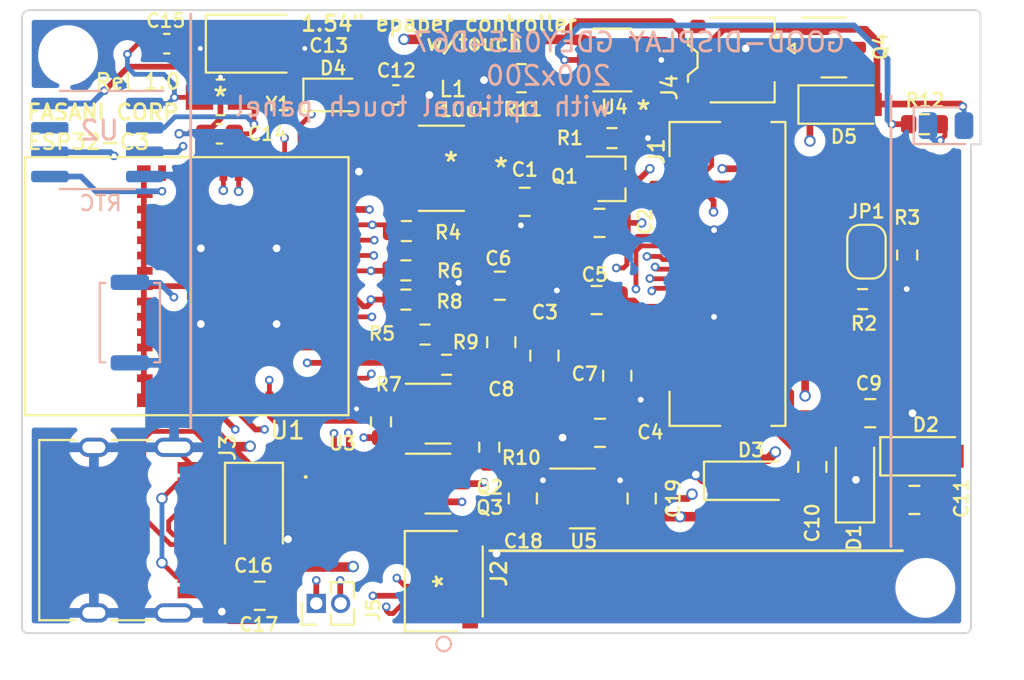
<source format=kicad_pcb>
(kicad_pcb (version 20211014) (generator pcbnew)
  (layers (0 "F.Cu" signal) (1 "In1.Cu" signal) (2 "In2.Cu" signal) (31 "B.Cu" signal) (34 "B.Paste" user) (35 "F.Paste" user) (36 "B.SilkS" user "B.Silkscreen") (37 "F.SilkS" user "F.Silkscreen") (38 "B.Mask" user) (39 "F.Mask" user) (44 "Edge.Cuts" user))
  (net 0 "")
  (net 1 "Net-(C15-Pad1)")
  (net 2 "GND")
  (net 3 "VBUS")
  (net 4 "+3V3")
  (net 5 "Net-(C18-Pad1)")
  (net 6 "/EPD_RST")
  (net 7 "/EPD_BUSY")
  (net 8 "Net-(D6-Pad1)")
  (net 9 "Net-(C13-Pad2)")
  (net 10 "/EPD_CS")
  (net 11 "/EPD_CLK")
  (net 12 "/EPD_DC")
  (net 13 "/EPD_MOSI")
  (net 14 "Net-(C1-Pad2)")
  (net 15 "/VCOM")
  (net 16 "Net-(C2-Pad2)")
  (net 17 "Net-(C3-Pad2)")
  (net 18 "Net-(C6-Pad2)")
  (net 19 "Net-(C7-Pad2)")
  (net 20 "Net-(C8-Pad2)")
  (net 21 "PREVGH")
  (net 22 "Net-(C10-Pad2)")
  (net 23 "Net-(C11-Pad1)")
  (net 24 "Net-(C11-Pad2)")
  (net 27 "Net-(J1-Pad22)")
  (net 28 "Net-(J1-Pad23)")
  (net 30 "Net-(C14-Pad2)")
  (net 32 "/RTC_INT")
  (net 33 "/I2C_SDA")
  (net 34 "/I2C_SCL")
  (net 36 "/TOUCH_INT")
  (net 38 "Net-(J3-PadA6)")
  (net 39 "Net-(J3-PadA7)")
  (net 43 "Net-(Q2-Pad1)")
  (net 44 "/RTS")
  (net 45 "Net-(Q2-Pad3)")
  (net 46 "Net-(Q3-Pad1)")
  (net 47 "/CTS")
  (net 48 "BOOTMODE")
  (net 49 "VBAT")
  (net 50 "Net-(R11-Pad2)")
  (net 51 "Net-(R12-Pad1)")
  (net 53 "/IO_2")
  (net 54 "/IO_3")
  (net 64 "TX")
  (net 65 "RX")
  (net 72 "Net-(U3-Pad12)")
  (net 81 "Net-(JP1-Pad2)")
  (footprint "Capacitor_SMD:C_0805_2012Metric_Pad1.18x1.45mm_HandSolder" (layer "F.Cu") (at 102.15 52.05)
    (fp_text reference "C4")
    (fp_text value "1uF")
  )
  (footprint "Capacitor_SMD:C_0805_2012Metric_Pad1.18x1.45mm_HandSolder" (layer "F.Cu") (at 116.25 51.025 180)
    (fp_text reference "C9")
    (fp_text value "4.7uF")
  )
  (footprint "Package_TO_SOT_SMD:SOT-23" (layer "F.Cu") (at 114.35 31.95)
    (fp_text reference "Q4")
    (fp_text value "Si2301CDS")
  )
  (footprint "Resistor_SMD:R_0603_1608Metric" (layer "F.Cu") (at 115.85 45.075)
    (fp_text reference "R2")
    (fp_text value "1.7R")
  )
  (footprint "Capacitor_SMD:C_0805_2012Metric" (layer "F.Cu") (at 98.125 55.475 90)
    (fp_text reference "C18")
    (fp_text value "10uF")
  )
  (footprint "Resistor_SMD:R_0603_1608Metric" (layer "F.Cu") (at 94.15 48.5)
    (fp_text reference "R9")
    (fp_text value "10 K")
  )
  (footprint "Capacitor_SMD:C_0603_1608Metric" (layer "F.Cu") (at 79.55 31.75 180)
    (fp_text reference "C13")
    (fp_text value "12 pF")
  )
  (footprint "footprint:AFC24-S24FIC-00" (layer "F.Cu") (at 108.8 43.762 90)
    (fp_text reference "J1")
    (fp_text value "AFC24-S24FIC-00" hide)
  )
  (footprint "footprint:SWPA4030S1R0NT" (layer "F.Cu") (at 93.8764 38.25 180)
    (fp_text reference "L1")
    (fp_text value "10uH")
  )
  (footprint "MountingHole:MountingHole_2.1mm" (layer "F.Cu") (at 119.12 60.14)
    (fp_text reference "H4" hide)
    (fp_text value "MountingHole")
  )
  (footprint "Capacitor_SMD:C_0805_2012Metric" (layer "F.Cu") (at 104.325 55.475 90)
    (fp_text reference "C19")
    (fp_text value "10uF")
  )
  (footprint "Resistor_SMD:R_0603_1608Metric" (layer "F.Cu") (at 92.025 43.575)
    (fp_text reference "R6")
    (fp_text value "4.7K")
  )
  (footprint "footprint:ESP32-C3-MINI-1-N4" (layer "F.Cu") (at 80.6 44.4 90)
    (fp_text reference "U1")
    (fp_text value "ESP32-C3-MINI" hide)
  )
  (footprint "Capacitor_SMD:C_0805_2012Metric_Pad1.18x1.45mm_HandSolder" (layer "F.Cu") (at 96.925 44.375)
    (fp_text reference "C6")
    (fp_text value "1uF")
  )
  (footprint "Connector_PinHeader_1.27mm:PinHeader_1x02_P1.27mm_Vertical" (layer "F.Cu") (at 87.35 60.95 90)
    (fp_text reference "J5")
    (fp_text value "Conn_01x02_Male" hide)
  )
  (footprint "Resistor_SMD:R_0603_1608Metric" (layer "F.Cu") (at 92.025 45.1)
    (fp_text reference "R8")
    (fp_text value "4.7K")
  )
  (footprint "Capacitor_SMD:C_0805_2012Metric_Pad1.18x1.45mm_HandSolder" (layer "F.Cu") (at 101.975 45.125)
    (fp_text reference "C5")
    (fp_text value "1uF")
  )
  (footprint "Resistor_SMD:R_0603_1608Metric" (layer "F.Cu") (at 102.775 36.675)
    (fp_text reference "R1")
    (fp_text value "10K")
  )
  (footprint "Capacitor_SMD:C_0805_2012Metric_Pad1.18x1.45mm_HandSolder" (layer "F.Cu") (at 103.05 49.075 90)
    (fp_text reference "C7")
    (fp_text value "4.7uF")
  )
  (footprint "Package_TO_SOT_SMD:SOT-23" (layer "F.Cu") (at 93.7 54.7)
    (fp_text reference "Q3")
    (fp_text value "BC817" hide)
  )
  (footprint "footprint:USB_C_Receptacle_HRO_TYPE-C-31-M-12" (layer "F.Cu") (at 76.8 57.125 -90)
    (fp_text reference "J3")
    (fp_text value "USB_C_Programming")
  )
  (footprint "Diode_SMD:D_SOD-323" (layer "F.Cu") (at 88.175 34.425)
    (fp_text reference "D4")
    (fp_text value "1N4148WS")
  )
  (footprint "Resistor_SMD:R_0603_1608Metric" (layer "F.Cu") (at 119.075 35.95)
    (fp_text reference "R12")
    (fp_text value "5K")
  )
  (footprint "footprint:Q13FC1350000400-Crystal" (layer "F.Cu") (at 82.35 34.55 180)
    (fp_text reference "Y1")
    (fp_text value "Crystal_Small" hide)
  )
  (footprint "Resistor_SMD:R_0603_1608Metric" (layer "F.Cu") (at 118.175 42.775 -90)
    (fp_text reference "R3")
    (fp_text value "3R")
  )
  (footprint "Capacitor_SMD:C_0805_2012Metric_Pad1.18x1.45mm_HandSolder" (layer "F.Cu") (at 113.225 53.825 90)
    (fp_text reference "C10")
    (fp_text value "4.7uF")
  )
  (footprint "Capacitor_SMD:C_0805_2012Metric_Pad1.18x1.45mm_HandSolder" (layer "F.Cu") (at 97 47.325 -90)
    (fp_text reference "C8")
    (fp_text value "1uF")
  )
  (footprint "MountingHole:MountingHole_2.1mm" (layer "F.Cu") (at 74.4 32.35)
    (fp_text reference "H1" hide)
    (fp_text value "MountingHole" hide)
  )
  (footprint "Diode_SMD:D_SOD-123" (layer "F.Cu") (at 109.825 54.55)
    (fp_text reference "D3")
    (fp_text value "MBR0530")
  )
  (footprint "Capacitor_SMD:C_0805_2012Metric" (layer "F.Cu") (at 84.4 60.55)
    (fp_text reference "C17")
    (fp_text value "100 nF")
  )
  (footprint "Resistor_SMD:R_0603_1608Metric" (layer "F.Cu") (at 90.725 51.475 -90)
    (fp_text reference "R7")
    (fp_text value "10 K")
  )
  (footprint "Package_TO_SOT_SMD:SOT-323_SC-70" (layer "F.Cu") (at 102.75 38.8)
    (fp_text reference "Q1")
    (fp_text value "Si1308")
  )
  (footprint "Capacitor_Tantalum_SMD:CP_EIA-3528-21_Kemet-B" (layer "F.Cu") (at 84.05 31.75)
    (fp_text reference "C15")
    (fp_text value "C_Polarized 100uF" hide)
  )
  (footprint "Capacitor_SMD:C_0603_1608Metric" (layer "F.Cu") (at 91.5 34.425 180)
    (fp_text reference "C12")
    (fp_text value "4.7uF")
  )
  (footprint "Diode_SMD:D_SOD-123" (layer "F.Cu") (at 115.45 54.475 90)
    (fp_text reference "D1")
    (fp_text value "MBR0530")
  )
  (footprint "Package_TO_SOT_SMD:SOT-23" (layer "F.Cu") (at 101.225 55.475)
    (fp_text reference "U5")
    (fp_text value "MCP1700-3302E_SOT23" hide)
  )
  (footprint "Resistor_SMD:R_0603_1608Metric" (layer "F.Cu") (at 92.05 41.525 180)
    (fp_text reference "R4")
    (fp_text value "4.7 K")
  )
  (footprint "footprint:FH34SRJ-6S-0.5SH50-Hirose" (layer "F.Cu") (at 94 59.8 90)
    (fp_text reference "J2")
    (fp_text value "Conn_01x06_Female" hide)
  )
  (footprint "Resistor_SMD:R_0603_1608Metric" (layer "F.Cu") (at 96.375 52.8 -90)
    (fp_text reference "R10")
    (fp_text value "10 K")
  )
  (footprint "Resistor_SMD:R_0603_1608Metric" (layer "F.Cu") (at 93.025 46.925 180)
    (fp_text reference "R5")
    (fp_text value "10 K")
  )
  (footprint "Resistor_SMD:R_0805_2012Metric" (layer "F.Cu") (at 98.05 33.55)
    (fp_text reference "R11")
    (fp_text value "2K2")
  )
  (footprint "Diode_SMD:D_SOD-123" (layer "F.Cu") (at 114.75 34.925)
    (fp_text reference "D5")
    (fp_text value "1N5817" hide)
  )
  (footprint "Capacitor_Tantalum_SMD:CP_EIA-3528-21_Kemet-B" (layer "F.Cu") (at 84.1 56.075 -90)
    (fp_text reference "C16")
    (fp_text value "C_Polarized 100uF" hide)
  )
  (footprint "Connector_JST:JST_ACH_BM02B-ACHSS-GAN-ETF_1x02-1MP_P1.20mm_Vertical" (layer "F.Cu") (at 109.15 32.6 -90)
    (fp_text reference "J4")
    (fp_text value "Jack-DC" hide)
  )
  (footprint "Package_TO_SOT_SMD:SOT-23" (layer "F.Cu") (at 93.7 51.05)
    (fp_text reference "Q2")
    (fp_text value "BC817" hide)
  )
  (footprint "footprint:CP2102NA02GQFN20" (layer "F.Cu") (at 88.75 55.65)
    (fp_text reference "U3")
    (fp_text value "CP2102N-Axx-xQFN20" hide)
  )
  (footprint "Capacitor_SMD:C_0805_2012Metric_Pad1.18x1.45mm_HandSolder" (layer "F.Cu") (at 99.25 48.025 -90)
    (fp_text reference "C3")
    (fp_text value "4.7uF")
  )
  (footprint "MountingHole:MountingHole_2.1mm" (layer "F.Cu") (at 119.12 32.34)
    (fp_text reference "H3" hide)
    (fp_text value "MountingHole")
  )
  (footprint "Capacitor_SMD:C_0805_2012Metric_Pad1.18x1.45mm_HandSolder" (layer "F.Cu") (at 102.125 41.1)
    (fp_text reference "C2")
    (fp_text value "4.7uF")
  )
  (footprint "Capacitor_SMD:C_0805_2012Metric_Pad1.18x1.45mm_HandSolder" (layer "F.Cu") (at 118.55 55.55)
    (fp_text reference "C11")
    (fp_text value "4.7uF 50V")
  )
  (footprint "Capacitor_SMD:C_0805_2012Metric_Pad1.18x1.45mm_HandSolder" (layer "F.Cu") (at 98.225 40)
    (fp_text reference "C1")
    (fp_text value "4.7uF")
  )
  (footprint "Diode_SMD:D_SOD-123" (layer "F.Cu") (at 119.02 53.275)
    (fp_text reference "D2")
    (fp_text value "MBR0530")
  )
  (footprint "Capacitor_SMD:C_0603_1608Metric" (layer "F.Cu") (at 82.3 36.45)
    (fp_text reference "C14")
    (fp_text value "12 pF" hide)
  )
  (footprint "footprint:TP4057-42-SOT26-R" (layer "F.Cu") (at 102.8 32.6 180)
    (fp_text reference "U4")
    (fp_text value "SOT-23-5_TPW" hide)
  )
  (footprint "Jumper:SolderJumper-2_P1.3mm_Bridged_RoundedPad1.0x1.5mm" (layer "F.Cu") (at 116.05 42.6 90)
    (fp_text reference "JP1")
    (fp_text value "Jumper_2_Bridged" hide)
  )
  (footprint "LED_SMD:LED_0805_2012Metric" (layer "B.Cu") (at 120.2 36.025)
    (fp_text reference "D6" hide)
    (fp_text value "GRE")
  )
  (footprint "Package_SO:SOIC-8_3.9x4.9mm_P1.27mm" (layer "B.Cu") (at 75.925 36.775 180)
    (fp_text reference "U2")
    (fp_text value "PCF8563T" hide)
  )
  (footprint "footprint:Alps_SKRK" (layer "B.Cu") (at 77.625 46.3 -90)
    (fp_text reference "SW1" hide)
    (fp_text value "RESET")
  )
  (gr_line (start 117.325 34.475) (end 117.325 57.975) (layer "B.SilkS") (width 0.15))
  (gr_line (start 80.8 30.2) (end 80.8 51.8) (layer "B.SilkS") (width 0.15))
  (gr_line (start 96.4 58.2) (end 117.925 58.2) (layer "F.SilkS") (width 0.15))
  (gr_line (start 72.3 62.5) (end 121.2 62.5) (layer "Edge.Cuts") (width 0.1))
  (gr_arc (start 72 30.4) (mid 72.117157 30.117157) (end 72.4 30) (layer "Edge.Cuts") (width 0.1))
  (gr_arc (start 121.7 30) (mid 121.912132 30.087868) (end 122 30.3) (layer "Edge.Cuts") (width 0.1))
  (gr_line (start 72 30.4) (end 72 62.2) (layer "Edge.Cuts") (width 0.1))
  (gr_line (start 121.5 37) (end 121.5 62.2) (layer "Edge.Cuts") (width 0.1))
  (gr_line (start 122 37) (end 121.5 37) (layer "Edge.Cuts") (width 0.1))
  (gr_arc (start 121.5 62.2) (mid 121.412132 62.412132) (end 121.2 62.5) (layer "Edge.Cuts") (width 0.1))
  (gr_arc (start 72.3 62.5) (mid 72.087868 62.412132) (end 72 62.2) (layer "Edge.Cuts") (width 0.1))
  (gr_line (start 121.7 30) (end 72.4 30) (layer "Edge.Cuts") (width 0.1))
  (gr_line (start 122 37) (end 122 30.3) (layer "Edge.Cuts") (width 0.1))
  (gr_text "RTC" (at 76.1 40.075) (layer "B.SilkS") (effects (font (size 0.8 0.8) (thickness 0.13)) (justify mirror)))
  (gr_text "200x200\nwith optional touch panel" (at 102.825 34.225) (layer "B.SilkS") (effects (font (size 1 1)) (justify left mirror)))
  (gr_text "GOOD-DISPLAY GDEY0154D67" (at 103.675 31.675) (layer "B.SilkS") (effects (font (size 1 1)) (justify mirror)))
  (gr_text "ESP32-C3" (at 75.475 36.875) (layer "F.SilkS") (effects (font (size 0.8 0.8) (thickness 0.13))))
  (gr_text "1.54{dblquote} epaper controller" (at 93.75 30.7) (layer "F.SilkS") (effects (font (size 0.8 0.8))))
  (gr_text "FASANI CORP" (at 76.225 35.325) (layer "F.SilkS") (effects (font (size 0.8 0.8))))
  (gr_text "w/touch" (at 95.6 31.7) (layer "F.SilkS") (effects (font (size 0.8 0.8))))
  (gr_text "Rel 1.0" (at 78.05 33.725) (layer "F.SilkS") (effects (font (size 0.8 0.8) (thickness 0.13))))
  (segment (start 82.5125 32.1875) (end 82.5125 31.75) (width 0.3) (layer "F.Cu") (net 1))
  (segment (start 82.95 31.75) (end 85.625 34.425) (width 0.3) (layer "F.Cu") (net 1))
  (segment (start 85.625 34.425) (end 87.125 34.425) (width 0.3) (layer "F.Cu") (net 1))
  (segment (start 82.5125 31.75) (end 82.95 31.75) (width 0.3) (layer "F.Cu") (net 1))
  (segment (start 76.3 34.2) (end 77.55 32.95) (width 0.3) (layer "F.Cu") (net 1))
  (segment (start 77.55 32.95) (end 81.75 32.95) (width 0.3) (layer "F.Cu") (net 1))
  (segment (start 81.75 32.95) (end 82.5125 32.1875) (width 0.3) (layer "F.Cu") (net 1))
  (via (at 76.3 34.2) (size 0.45) (drill 0.25) (layers "F.Cu" "B.Cu") (net 1))
  (segment (start 75.63 34.87) (end 76.3 34.2) (width 0.3) (layer "B.Cu") (net 1))
  (segment (start 73.45 34.87) (end 75.63 34.87) (width 0.3) (layer "B.Cu") (net 1))
  (segment (start 78.4051 44.4) (end 83.275 44.4) (width 0.3) (layer "F.Cu") (net 2))
  (segment (start 84.125 61.775) (end 82.825 61.775) (width 0.5) (layer "F.Cu") (net 2))
  (segment (start 81.05 31.75) (end 81.3 32) (width 0.25) (layer "F.Cu") (net 2))
  (segment (start 94.925 44.375) (end 94.775 44.225) (width 0.5) (layer "F.Cu") (net 2))
  (segment (start 80.845 53.875) (end 80.845 53.72) (width 0.25) (layer "F.Cu") (net 2))
  (segment (start 106.6044 46.012001) (end 108.087999 46.012001) (width 0.25) (layer "F.Cu") (net 2))
  (segment (start 118.175 43.6) (end 118.175 44.525) (width 0.3) (layer "F.Cu") (net 2))
  (segment (start 92.861 58.55) (end 96.55 58.55) (width 0.25) (layer "F.Cu") (net 2))
  (segment (start 96.55 58.55) (end 96.75 58.35) (width 0.25) (layer "F.Cu") (net 2))
  (segment (start 86.5 31.75) (end 86.75 32) (width 0.3) (layer "F.Cu") (net 2))
  (segment (start 96.2 33.55) (end 96.1 33.65) (width 0.35) (layer "F.Cu") (net 2))
  (segment (start 113.225 54.8625) (end 115.0625 54.8625) (width 0.35) (layer "F.Cu") (net 2))
  (segment (start 89.55 38.45) (end 89.575 38.425) (width 0.35) (layer "F.Cu") (net 2))
  (segment (start 104.0625 50.1125) (end 104.275 50.325) (width 0.35) (layer "F.Cu") (net 2))
  (segment (start 111.025 32) (end 109.75 32) (width 0.5) (layer "F.Cu") (net 2))
  (segment (start 99.175 54.525) (end 103.2 54.525) (width 0.35) (layer "F.Cu") (net 2))
  (segment (start 82.425 61.175) (end 81.625 60.375) (width 0.5) (layer "F.Cu") (net 2))
  (segment (start 85.2801 42.425) (end 85.2801 46.375) (width 0.3) (layer "F.Cu") (net 2))
  (segment (start 100.4 45.125) (end 99.9 44.625) (width 0.5) (layer "F.Cu") (net 2))
  (segment (start 100.25 41.225) (end 100.35 41.125) (width 0.3) (layer "F.Cu") (net 2))
  (segment (start 96.7625 46.2875) (end 95.8875 45.4125) (width 0.5) (layer "F.Cu") (net 2))
  (segment (start 81.3301 46.375) (end 81.3301 42.425) (width 0.3) (layer "F.Cu") (net 2))
  (segment (start 82.425 61.375) (end 82.425 61.175) (width 0.5) (layer "F.Cu") (net 2))
  (segment (start 97.1375 33.55) (end 96.2 33.55) (width 0.35) (layer "F.Cu") (net 2))
  (segment (start 85.5875 31.75) (end 86.5 31.75) (width 0.3) (layer "F.Cu") (net 2))
  (segment (start 88.2551 50.35) (end 89 50.35) (width 0.3) (layer "F.Cu") (net 2))
  (segment (start 85.35 60.55) (end 84.125 61.775) (width 0.5) (layer "F.Cu") (net 2))
  (segment (start 107.475 54.55) (end 107.15 54.225) (width 0.35) (layer "F.Cu") (net 2))
  (segment (start 80.325 31.75) (end 81.05 31.75) (width 0.25) (layer "F.Cu") (net 2))
  (segment (start 89 50.35) (end 89.45 50.8) (width 0.3) (layer "F.Cu") (net 2))
  (segment (start 104.1589 32.6) (end 105.35 32.6) (width 0.25) (layer "F.Cu") (net 2))
  (segment (start 97 46.2875) (end 96.7625 46.2875) (width 0.5) (layer "F.Cu") (net 2))
  (segment (start 84.1 57.6125) (end 85.8625 57.6125) (width 0.5) (layer "F.Cu") (net 2))
  (segment (start 100.45 52.05) (end 100.2 52.3) (width 0.35) (layer "F.Cu") (net 2))
  (segment (start 108.175 54.55) (end 107.5 54.55) (width 0.35) (layer "F.Cu") (net 2))
  (segment (start 100.35 41.125) (end 101.0625 41.125) (width 0.3) (layer "F.Cu") (net 2))
  (segment (start 98.125 54.525) (end 99.175 54.525) (width 0.35) (layer "F.Cu") (net 2))
  (segment (start 79.255098 50.35) (end 79.3051 50.299998) (width 0.3) (layer "F.Cu") (net 2))
  (segment (start 97.1875 40.3875) (end 98.025 41.225) (width 0.3) (layer "F.Cu") (net 2))
  (segment (start 97 46.2875) (end 98.55 46.2875) (width 0.5) (layer "F.Cu") (net 2))
  (segment (start 81.525 36.45) (end 81.575 36.45) (width 0.3) (layer "F.Cu") (net 2))
  (segment (start 92.275 34.425) (end 93.25 34.425) (width 0.35) (layer "F.Cu") (net 2))
  (segment (start 83.275 44.4) (end 85.2801 44.4) (width 0.3) (layer "F.Cu") (net 2))
  (segment (start 118.175 44.525) (end 118.15 44.55) (width 0.3) (layer "F.Cu") (net 2))
  (segment (start 81.625 60.375) (end 80.845 60.375) (width 0.5) (layer "F.Cu") (net 2))
  (segment (start 115.0625 54.8625) (end 115.425 54.5) (width 0.35) (layer "F.Cu") (net 2))
  (segment (start 86.505099 47.599999) (end 85.2801 46.375) (width 0.3) (layer "F.Cu") (net 2))
  (segment (start 103.05 50.1125) (end 104.0625 50.1125) (width 0.35) (layer "F.Cu") (net 2))
  (segment (start 117.2875 51.025) (end 118.45 51.025) (width 0.35) (layer "F.Cu") (net 2))
  (segment (start 80.845 53.72) (end 79.93 52.805) (width 0.25) (layer "F.Cu") (net 2))
  (segment (start 81.3301 42.425) (end 85.2801 42.425) (width 0.3) (layer "F.Cu") (net 2))
  (segment (start 80.2 36.45) (end 81.525 36.45) (width 0.25) (layer "F.Cu") (net 2))
  (segment (start 82.825 61.775) (end 82.425 61.375) (width 0.5) (layer "F.Cu") (net 2))
  (segment (start 95.8875 45.4125) (end 95.8875 44.375) (width 0.5) (layer "F.Cu") (net 2))
  (segment (start 88.2551 38.45) (end 89.55 38.45) (width 0.35) (layer "F.Cu") (net 2))
  (segment (start 101.1125 52.05) (end 100.45 52.05) (width 0.35) (layer "F.Cu") (net 2))
  (segment (start 87.355102 50.35) (end 87.3051 50.299998) (width 0.3) (layer "F.Cu") (net 2))
  (segment (start 95.8875 44.375) (end 94.925 44.375) (width 0.5) (layer "F.Cu") (net 2))
  (segment (start 85.8625 57.6125) (end 85.875 57.6) (width 0.5) (layer "F.Cu") (net 2))
  (segment (start 81.575 36.45) (end 82.35 35.675) (width 0.3) (layer "F.Cu") (net 2))
  (segment (start 98.025 41.225) (end 100.25 41.225) (width 0.3) (layer "F.Cu") (net 2))
  (segment (start 103.2 54.525) (end 104.325 54.525) (width 0.35) (layer "F.Cu") (net 2))
  (segment (start 98.55 46.2875) (end 99.25 46.9875) (width 0.5) (layer "F.Cu") (net 2))
  (segment (start 79.3051 50.299998) (end 80.105101 50.299998) (width 0.3) (layer "F.Cu") (net 2))
  (segment (start 106.6044 41.511999) (end 108.063001 41.511999) (width 0.25) (layer "F.Cu") (net 2))
  (segment (start 88.2551 50.35) (end 87.355102 50.35) (width 0.3) (layer "F.Cu") (net 2))
  (segment (start 108.087999 46.012001) (end 108.1 46) (width 0.25) (layer "F.Cu") (net 2))
  (segment (start 97.1875 40) (end 97.1875 40.3875) (width 0.3) (layer "F.Cu") (net 2))
  (segment (start 88.2051 47.599999) (end 86.505099 47.599999) (width 0.3) (layer "F.Cu") (net 2))
  (segment (start 103.6 36.675) (end 104.65 36.675) (width 0.25) (layer "F.Cu") (net 2))
  (segment (start 100.9375 45.125) (end 100.4 45.125) (width 0.5) (layer "F.Cu") (net 2))
  (segment (start 85.2801 46.375) (end 81.3301 46.375) (width 0.3) (layer "F.Cu") (net 2))
  (segment (start 78.3551 38.45) (end 78.3551 50.35) (width 0.3) (layer "F.Cu") (net 2))
  (segment (start 78.3551 50.35) (end 79.255098 50.35) (width 0.3) (layer "F.Cu") (net 2))
  (segment (start 107.5 54.55) (end 107.475 54.55) (width 0.35) (layer "F.Cu") (net 2))
  (segment (start 108.063001 41.511999) (end 108.1 41.475) (width 0.25) (layer "F.Cu") (net 2))
  (segment (start 82.35 35.675) (end 82.35 33.5) (width 0.3) (layer "F.Cu") (net 2))
  (via (at 80.2 36.45) (size 0.5) (drill 0.3) (layers "F.Cu" "B.Cu") (net 2))
  (via (at 96.75 58.35) (size 0.6) (drill 0.4) (layers "F.Cu" "B.Cu") (net 2))
  (via (at 81.3301 46.375) (size 0.6) (drill 0.4) (layers "F.Cu" "B.Cu") (net 2))
  (via (at 85.875 57.6) (size 0.6) (drill 0.4) (layers "F.Cu" "B.Cu") (net 2))
  (via (at 115.5 54.5) (size 0.6) (drill 0.4) (layers "F.Cu" "B.Cu") (net 2))
  (via (at 82.35 33.5) (size 0.45) (drill 0.25) (layers "F.Cu" "B.Cu") (net 2))
  (via (at 93.25 34.425) (size 0.6) (drill 0.4) (layers "F.Cu" "B.Cu") (net 2))
  (via (at 89.575 38.425) (size 0.6) (drill 0.4) (layers "F.Cu" "B.Cu") (net 2))
  (via (at 81.3 32) (size 0.45) (drill 0.25) (layers "F.Cu" "B.Cu") (net 2))
  (via (at 105.35 32.6) (size 0.5) (drill 0.3) (layers "F.Cu" "B.Cu") (net 2))
  (via (at 82.425 61.375) (size 0.6) (drill 0.4) (layers "F.Cu" "B.Cu") (net 2))
  (via (at 108.1 46) (size 0.5) (drill 0.3) (layers "F.Cu" "B.Cu") (net 2))
  (via (at 118.15 44.55) (size 0.5) (drill 0.3) (layers "F.Cu" "B.Cu") (net 2))
  (via (at 118.45 51.025) (size 0.6) (drill 0.4) (layers "F.Cu" "B.Cu") (net 2))
  (via (at 103.2 54.525) (size 0.5) (drill 0.3) (layers "F.Cu" "B.Cu") (net 2))
  (via (at 104.65 36.675) (size 0.5) (drill 0.3) (layers "F.Cu" "B.Cu") (net 2))
  (via (at 85.2801 46.375) (size 0.6) (drill 0.4) (layers "F.Cu" "B.Cu") (net 2))
  (via (at 99.9 44.625) (size 0.5) (drill 0.3) (layers "F.Cu" "B.Cu") (net 2))
  (via (at 104.275 50.325) (size 0.5) (drill 0.3) (layers "F.Cu" "B.Cu") (net 2))
  (via (at 107.15 54.225) (size 0.6) (drill 0.4) (layers "F.Cu" "B.Cu") (net 2))
  (via (at 109.75 32) (size 0.6) (drill 0.4) (layers "F.Cu" "B.Cu") (net 2))
  (via (at 98.025 41.225) (size 0.5) (drill 0.3) (layers "F.Cu" "B.Cu") (net 2))
  (via (at 86.75 32) (size 0.45) (drill 0.25) (layers "F.Cu" "B.Cu") (net 2))
  (via (at 108.1 41.475) (size 0.5) (drill 0.3) (layers "F.Cu" "B.Cu") (net 2))
  (via (at 85.2801 42.425) (size 0.6) (drill 0.4) (layers "F.Cu" "B.Cu") (net 2))
  (via (at 100.2 52.3) (size 0.6) (drill 0.4) (layers "F.Cu" "B.Cu") (net 2))
  (via (at 94.775 44.225) (size 0.5) (drill 0.3) (layers "F.Cu" "B.Cu") (net 2))
  (via (at 99.175 54.525) (size 0.5) (drill 0.3) (layers "F.Cu" "B.Cu") (net 2))
  (via (at 96.1 33.65) (size 0.6) (drill 0.4) (layers "F.Cu" "B.Cu") (net 2))
  (via (at 81.3301 42.425) (size 0.6) (drill 0.4) (layers "F.Cu" "B.Cu") (net 2))
  (via (at 89.45 50.8) (size 0.45) (drill 0.25) (layers "F.Cu" "B.Cu") (net 2))
  (segment (start 81.15 38.1) (end 81.15 36.65) (width 0.25) (layer "B.Cu") (net 2))
  (segment (start 78.4 38.68) (end 80.57 38.68) (width 0.25) (layer "B.Cu") (net 2))
  (segment (start 80.57 38.68) (end 81.15 38.1) (width 0.25) (layer "B.Cu") (net 2))
  (segment (start 80.95 36.45) (end 80.2 36.45) (width 0.25) (layer "B.Cu") (net 2))
  (segment (start 79.2801 48.425) (end 81.3301 46.375) (width 0.3) (layer "B.Cu") (net 2))
  (segment (start 81.15 36.65) (end 80.95 36.45) (width 0.25) (layer "B.Cu") (net 2))
  (segment (start 79.2801 48.425) (end 77.65 48.425) (width 0.3) (layer "B.Cu") (net 2))
  (segment (start 77.65 48.425) (end 77.625 48.4) (width 0.3) (layer "B.Cu") (net 2))
  (segment (start 106.4 31.55) (end 106.65 31.8) (width 0.35) (layer "F.Cu") (net 3))
  (segment (start 100.849999 31.649999) (end 100.5 31.3) (width 0.35) (layer "F.Cu") (net 3))
  (segment (start 101.316101 31.525) (end 101.4411 31.649999) (width 0.5) (layer "F.Cu") (net 3))
  (segment (start 106.65 31.8) (end 107.8 31.8) (width 0.35) (layer "F.Cu") (net 3))
  (segment (start 120.95 34.9) (end 121.075 35.025) (width 0.35) (layer "F.Cu") (net 3))
  (segment (start 87.7 59.05) (end 89.25 59.05) (width 0.5) (layer "F.Cu") (net 3))
  (segment (start 113.4125 31) (end 116 31) (width 0.35) (layer "F.Cu") (net 3))
  (segment (start 87.7 59.05) (end 84.9 59.05) (width 0.5) (layer "F.Cu") (net 3))
  (segment (start 116.6 31.6) (end 116.6 34.7) (width 0.35) (layer "F.Cu") (net 3))
  (segment (start 106.4 31.15) (end 106.4 31.55) (width 0.35) (layer "F.Cu") (net 3))
  (segment (start 116.4 34.9) (end 118.925 34.9) (width 0.35) (layer "F.Cu") (net 3))
  (segment (start 79.3 58.825) (end 80.05 59.575) (width 0.25) (layer "F.Cu") (net 3))
  (segment (start 100.5 31.3) (end 100.5 30.95) (width 0.35) (layer "F.Cu") (net 3))
  (segment (start 88 57.85) (end 88 57.2) (width 0.5) (layer "F.Cu") (net 3))
  (segment (start 80.1 54.675) (end 79.3 55.475) (width 0.25) (layer "F.Cu") (net 3))
  (segment (start 100.85 30.6) (end 105.85 30.6) (width 0.35) (layer "F.Cu") (net 3))
  (segment (start 88 58.75) (end 88 57.85) (width 0.5) (layer "F.Cu") (net 3))
  (segment (start 91.925 31.525) (end 101.316101 31.525) (width 0.5) (layer "F.Cu") (net 3))
  (segment (start 83.45 60.5) (end 83.45 60.55) (width 0.5) (layer "F.Cu") (net 3))
  (segment (start 83.45 60.55) (end 82.475 59.575) (width 0.5) (layer "F.Cu") (net 3))
  (segment (start 87.7 59.05) (end 88 58.75) (width 0.5) (layer "F.Cu") (net 3))
  (segment (start 88.5 57.2) (end 88 57.7) (width 0.25) (layer "F.Cu") (net 3))
  (segment (start 84.9 59.05) (end 83.45 60.5) (width 0.5) (layer "F.Cu") (net 3))
  (segment (start 82.475 59.575) (end 80.845 59.575) (width 0.5) (layer "F.Cu") (net 3))
  (segment (start 87.5 57.35) (end 88 57.85) (width 0.25) (layer "F.Cu") (net 3))
  (segment (start 89.25 59.05) (end 89.275 59.025) (width 0.5) (layer "F.Cu") (net 3))
  (segment (start 80.05 59.575) (end 80.845 59.575) (width 0.25) (layer "F.Cu") (net 3))
  (segment (start 100.5 30.95) (end 100.85 30.6) (width 0.35) (layer "F.Cu") (net 3))
  (segment (start 88 57.7) (end 88 57.85) (width 0.25) (layer "F.Cu") (net 3))
  (segment (start 105.85 30.6) (end 106.4 31.15) (width 0.35) (layer "F.Cu") (net 3))
  (segment (start 116.6 34.7) (end 116.4 34.9) (width 0.35) (layer "F.Cu") (net 3))
  (segment (start 116 31) (end 116.6 31.6) (width 0.35) (layer "F.Cu") (net 3))
  (segment (start 80.845 54.675) (end 80.1 54.675) (width 0.25) (layer "F.Cu") (net 3))
  (segment (start 107.8 31.8) (end 108.6 31) (width 0.35) (layer "F.Cu") (net 3))
  (segment (start 87.5 56.9) (end 87.5 57.35) (width 0.25) (layer "F.Cu") (net 3))
  (segment (start 101.4411 31.649999) (end 100.849999 31.649999) (width 0.35) (layer "F.Cu") (net 3))
  (segment (start 118.925 34.9) (end 120.95 34.9) (width 0.35) (layer "F.Cu") (net 3))
  (segment (start 108.6 31) (end 113.4125 31) (width 0.35) (layer "F.Cu") (net 3))
  (via (at 91.925 31.525) (size 0.6) (drill 0.4) (layers "F.Cu" "B.Cu") (net 3))
  (via (at 89.275 59.025) (size 0.6) (drill 0.4) (layers "F.Cu" "B.Cu") (net 3))
  (via (at 79.3 58.825) (size 0.6) (drill 0.4) (layers "F.Cu" "B.Cu") (net 3))
  (via (at 121.075 35.025) (size 0.45) (drill 0.25) (layers "F.Cu" "B.Cu") (net 3))
  (via (at 79.3 55.475) (size 0.6) (drill 0.4) (layers "F.Cu" "B.Cu") (net 3))
  (segment (start 121.1375 35.0875) (end 121.075 35.025) (width 0.25) (layer "B.Cu") (net 3))
  (segment (start 79.3 55.475) (end 79.3 58.825) (width 0.25) (layer "B.Cu") (net 3))
  (segment (start 121.1375 36.025) (end 121.1375 35.0875) (width 0.25) (layer "B.Cu") (net 3))
  (segment (start 99.35 53.425) (end 98.6125 52.6875) (width 0.5) (layer "F.Cu") (net 4))
  (segment (start 106.6044 45.511999) (end 107.313001 45.511999) (width 0.25) (layer "F.Cu") (net 4))
  (segment (start 105.788 45.012) (end 105.275 45.525) (width 0.25) (layer "F.Cu") (net 4))
  (segment (start 100.2875 56.425) (end 104.325 56.425) (width 0.35) (layer "F.Cu") (net 4))
  (segment (start 110.55 53.425) (end 110.925 53.425) (width 0.5) (layer "F.Cu") (net 4))
  (segment (start 92.85 40.7) (end 92.475 40.325) (width 0.5) (layer "F.Cu") (net 4))
  (segment (start 105.275 45.525) (end 104.225 45.525) (width 0.4) (layer "F.Cu") (net 4))
  (segment (start 110.55 53.425) (end 109.65 54.325) (width 0.5) (layer "F.Cu") (net 4))
  (segment (start 80.9051 50.299998) (end 80.9051 50.8551) (width 0.5) (layer "F.Cu") (net 4))
  (segment (start 95.775 49.825) (end 96.4 50.45) (width 0.35) (layer "F.Cu") (net 4))
  (segment (start 96.4 50.45) (end 96.425 50.45) (width 0.35) (layer "F.Cu") (net 4))
  (segment (start 100.2875 57.1125) (end 98.35 59.05) (width 0.35) (layer "F.Cu") (net 4))
  (segment (start 108.925 56.425) (end 106.325 56.425) (width 0.5) (layer "F.Cu") (net 4))
  (segment (start 93.325 48.5) (end 93.65 48.5) (width 0.35) (layer "F.Cu") (net 4))
  (segment (start 93.85 46.1) (end 93.85 46.925) (width 0.5) (layer "F.Cu") (net 4))
  (segment (start 90.725 35.325) (end 91.2 35.8) (width 0.35) (layer "F.Cu") (net 4))
  (segment (start 80.9051 50.8551) (end 82.825 52.775) (width 0.5) (layer "F.Cu") (net 4))
  (segment (start 92.3778 40.2278) (end 92.475 40.325) (width 0.35) (layer "F.Cu") (net 4))
  (segment (start 84.1 54.05) (end 84.1 54.5375) (width 0.5) (layer "F.Cu") (net 4))
  (segment (start 92.3778 38.25) (end 92.3778 40.2278) (width 0.35) (layer "F.Cu") (net 4))
  (segment (start 106.325 56.425) (end 104.325 56.425) (width 0.5) (layer "F.Cu") (net 4))
  (segment (start 95.3 47.425) (end 95.775 47.9) (width 0.35) (layer "F.Cu") (net 4))
  (segment (start 98.6125 52.6875) (end 98.6125 50.9625) (width 0.5) (layer "F.Cu") (net 4))
  (segment (start 104.225 45.525) (end 103.9 45.2) (width 0.4) (layer "F.Cu") (net 4))
  (segment (start 95.775 47.9) (end 95.775 49.825) (width 0.35) (layer "F.Cu") (net 4))
  (segment (start 100.2875 56.425) (end 100.2875 57.1125) (width 0.35) (layer "F.Cu") (net 4))
  (segment (start 98.6125 50.9625) (end 98.1 50.45) (width 0.5) (layer "F.Cu") (net 4))
  (segment (start 94.8 46.925) (end 95.3 47.425) (width 0.5) (layer "F.Cu") (net 4))
  (segment (start 94.725 47.425) (end 95.3 47.425) (width 0.35) (layer "F.Cu") (net 4))
  (segment (start 110.95 45.075) (end 112.85 46.975) (width 0.4) (layer "F.Cu") (net 4))
  (segment (start 82.825 52.775) (end 83.875 52.775) (width 0.5) (layer "F.Cu") (net 4))
  (segment (start 104.8 53.425) (end 99.35 53.425) (width 0.5) (layer "F.Cu") (net 4))
  (segment (start 98.35 59.05) (end 95.025 59.05) (width 0.35) (layer "F.Cu") (net 4))
  (segment (start 98.1 50.45) (end 96.425 50.45) (width 0.5) (layer "F.Cu") (net 4))
  (segment (start 93.65 48.5) (end 94.725 47.425) (width 0.35) (layer "F.Cu") (net 4))
  (segment (start 89.225 34.425) (end 90.725 34.425) (width 0.35) (layer "F.Cu") (net 4))
  (segment (start 107.313001 45.511999) (end 107.75 45.075) (width 0.25) (layer "F.Cu") (net 4))
  (segment (start 92.85 45.1) (end 93.85 46.1) (width 0.5) (layer "F.Cu") (net 4))
  (segment (start 109.65 55.7) (end 108.925 56.425) (width 0.5) (layer "F.Cu") (net 4))
  (segment (start 103.9 45.2) (end 103.0875 45.2) (width 0.4) (layer "F.Cu") (net 4))
  (segment (start 82.825 52.775) (end 84.1 54.05) (width 0.5) (layer "F.Cu") (net 4))
  (segment (start 105.275 45.525) (end 106.591399 45.525) (width 0.25) (layer "F.Cu") (net 4))
  (segment (start 83.875 52.775) (end 83.9 52.75) (width 0.5) (layer "F.Cu") (net 4))
  (segment (start 92.3778 36.1778) (end 92.3778 38.25) (width 0.35) (layer "F.Cu") (net 4))
  (segment (start 106.591399 45.525) (end 106.6044 45.511999) (width 0.25) (layer "F.Cu") (net 4))
  (segment (start 92.85 45.1) (end 92.85 40.7) (width 0.5) (layer "F.Cu") (net 4))
  (segment (start 106.6044 45.012) (end 105.788 45.012) (width 0.25) (layer "F.Cu") (net 4))
  (segment (start 112.85 46.975) (end 112.85 50.125) (width 0.4) (layer "F.Cu") (net 4))
  (segment (start 92 35.8) (end 92.3778 36.1778) (width 0.35) (layer "F.Cu") (net 4))
  (segment (start 109.65 54.325) (end 109.65 55.7) (width 0.5) (layer "F.Cu") (net 4))
  (segment (start 90.725 34.425) (end 90.725 35.325) (width 0.35) (layer "F.Cu") (net 4))
  (segment (start 104.8 53.425) (end 110.55 53.425) (width 0.5) (layer "F.Cu") (net 4))
  (segment (start 92.861 59.049999) (end 95.025 59.05) (width 0.25) (layer "F.Cu") (net 4))
  (segment (start 91.2 35.8) (end 92 35.8) (width 0.35) (layer "F.Cu") (net 4))
  (segment (start 110.925 53.425) (end 111.3 53.05) (width 0.5) (layer "F.Cu") (net 4))
  (segment (start 93.85 46.925) (end 94.8 46.925) (width 0.5) (layer "F.Cu") (net 4))
  (segment (start 107.75 45.075) (end 110.95 45.075) (width 0.4) (layer "F.Cu") (net 4))
  (via (at 83.9 52.75) (size 0.6) (drill 0.4) (layers "F.Cu" "B.Cu") (net 4))
  (via (at 111.3 53.05) (size 0.6) (drill 0.4) (layers "F.Cu" "B.Cu") (net 4))
  (via (at 106.325 56.425) (size 0.6) (drill 0.4) (layers "F.Cu" "B.Cu") (net 4))
  (via (at 112.85 50.125) (size 0.6) (drill 0.4) (layers "F.Cu" "B.Cu") (net 4))
  (segment (start 113.1 33.2125) (end 113.4125 32.9) (width 0.5) (layer "F.Cu") (net 5))
  (segment (start 102.1625 55.475) (end 106.725 55.475) (width 0.35) (layer "F.Cu") (net 5))
  (segment (start 113.1 36.825) (end 113.1 34.925) (width 0.35) (layer "F.Cu") (net 5))
  (segment (start 106.725 55.475) (end 106.95 55.25) (width 0.35) (layer "F.Cu") (net 5))
  (segment (start 98.125 55.8) (end 98.125 56.425) (width 0.35) (layer "F.Cu") (net 5))
  (segment (start 98.45 55.475) (end 98.125 55.8) (width 0.35) (layer "F.Cu") (net 5))
  (segment (start 113.1 34.9) (end 113.1 33.2125) (width 0.5) (layer "F.Cu") (net 5))
  (segment (start 102.1625 55.475) (end 98.45 55.475) (width 0.35) (layer "F.Cu") (net 5))
  (via (at 113.1 36.825) (size 0.6) (drill 0.4) (layers "F.Cu" "B.Cu") (net 5))
  (via (at 106.95 55.25) (size 0.6) (drill 0.4) (layers "F.Cu" "B.Cu") (net 5))
  (segment (start 105.662 42.512) (end 105.587 42.512) (width 0.25) (layer "F.Cu") (net 6))
  (segment (start 106.6044 42.512) (end 105.662 42.512) (width 0.25) (layer "F.Cu") (net 6))
  (segment (start 105.587 42.512) (end 105.425 42.35) (width 0.25) (layer "F.Cu") (net 6))
  (segment (start 105.425 42.35) (end 105.375 42.3) (width 0.25) (layer "F.Cu") (net 6))
  (segment (start 90.25 46) (end 88.2051 45.999999) (width 0.25) (layer "F.Cu") (net 6))
  (segment (start 104.3 42.3) (end 104.025 42.575) (width 0.25) (layer "F.Cu") (net 6))
  (segment (start 104.025 42.575) (end 104.025 44.55) (width 0.25) (layer "F.Cu") (net 6))
  (segment (start 105.375 42.3) (end 104.3 42.3) (width 0.25) (layer "F.Cu") (net 6))
  (via (at 90.25 46) (size 0.45) (drill 0.25) (layers "F.Cu" "B.Cu") (net 6))
  (via (at 104.025 44.55) (size 0.45) (drill 0.25) (layers "F.Cu" "B.Cu") (net 6))
  (segment (start 105.7 41.875) (end 105.625 41.8) (width 0.25) (layer "F.Cu") (net 7))
  (segment (start 103.375 43.45) (end 103 43.45) (width 0.25) (layer "F.Cu") (net 7))
  (segment (start 106.6044 42.012001) (end 105.837001 42.012001) (width 0.25) (layer "F.Cu") (net 7))
  (segment (start 105.837001 42.012001) (end 105.7 41.875) (width 0.25) (layer "F.Cu") (net 7))
  (segment (start 104.1 41.8) (end 103.55 42.35) (width 0.25) (layer "F.Cu") (net 7))
  (segment (start 105.625 41.8) (end 104.1 41.8) (width 0.25) (layer "F.Cu") (net 7))
  (segment (start 90.375 42) (end 88.2051 42) (width 0.25) (layer "F.Cu") (net 7))
  (segment (start 103.55 43.275) (end 103.375 43.45) (width 0.25) (layer "F.Cu") (net 7))
  (segment (start 103.55 42.35) (end 103.55 43.275) (width 0.25) (layer "F.Cu") (net 7))
  (via (at 103 43.45) (size 0.45) (drill 0.25) (layers "F.Cu" "B.Cu") (net 7))
  (via (at 90.375 42) (size 0.45) (drill 0.25) (layers "F.Cu" "B.Cu") (net 7))
  (segment (start 119.9 35.95) (end 120.15 36.2) (width 0.25) (layer "F.Cu") (net 8))
  (segment (start 120.15 36.55) (end 119.9 36.8) (width 0.25) (layer "F.Cu") (net 8))
  (segment (start 120.15 36.2) (end 120.15 36.55) (width 0.25) (layer "F.Cu") (net 8))
  (via (at 119.9 36.8) (size 0.45) (drill 0.25) (layers "F.Cu" "B.Cu") (net 8))
  (segment (start 119.2625 36.025) (end 119.2625 36.4875) (width 0.25) (layer "B.Cu") (net 8))
  (segment (start 119.2625 36.4875) (end 119.575 36.8) (width 0.25) (layer "B.Cu") (net 8))
  (segment (start 119.575 36.8) (end 119.9 36.8) (width 0.25) (layer "B.Cu") (net 8))
  (segment (start 79.95 34.55) (end 81.2578 34.55) (width 0.25) (layer "F.Cu") (net 9))
  (segment (start 78.05 31.75) (end 78.775 31.75) (width 0.25) (layer "F.Cu") (net 9))
  (segment (start 77.5 32.3) (end 78.05 31.75) (width 0.25) (layer "F.Cu") (net 9))
  (via (at 79.95 34.55) (size 0.45) (drill 0.25) (layers "F.Cu" "B.Cu") (net 9))
  (via (at 77.5 32.3) (size 0.45) (drill 0.25) (layers "F.Cu" "B.Cu") (net 9))
  (segment (start 79.4 33.35) (end 79.95 33.9) (width 0.25) (layer "B.Cu") (net 9))
  (segment (start 77.5 32.3) (end 77.5 32.975) (width 0.25) (layer "B.Cu") (net 9))
  (segment (start 77.5 32.975) (end 77.875 33.35) (width 0.25) (layer "B.Cu") (net 9))
  (segment (start 79.63 34.87) (end 79.95 34.55) (width 0.25) (layer "B.Cu") (net 9))
  (segment (start 78.4 34.87) (end 79.63 34.87) (width 0.25) (layer "B.Cu") (net 9))
  (segment (start 79.95 33.9) (end 79.95 34.55) (width 0.25) (layer "B.Cu") (net 9))
  (segment (start 77.875 33.35) (end 79.4 33.35) (width 0.25) (layer "B.Cu") (net 9))
  (segment (start 106.6044 43.512) (end 105.137 43.512) (width 0.25) (layer "F.Cu") (net 10))
  (segment (start 105.137 43.512) (end 105.025 43.4) (width 0.25) (layer "F.Cu") (net 10))
  (segment (start 85.7 36.675) (end 85.7 38.494902) (width 0.25) (layer "F.Cu") (net 10))
  (segment (start 85.7 38.494902) (end 85.7051 38.500002) (width 0.25) (layer "F.Cu") (net 10))
  (via (at 105.025 43.4) (size 0.45) (drill 0.25) (layers "F.Cu" "B.Cu") (net 10))
  (via (at 85.7 36.675) (size 0.45) (drill 0.25) (layers "F.Cu" "B.Cu") (net 10))
  (segment (start 90.35 42.8) (end 88.2051 42.800001) (width 0.25) (layer "F.Cu") (net 11))
  (segment (start 106.6044 44.012) (end 104.762 44.012) (width 0.25) (layer "F.Cu") (net 11))
  (segment (start 104.762 44.012) (end 104.75 44) (width 0.25) (layer "F.Cu") (net 11))
  (via (at 90.35 42.8) (size 0.45) (drill 0.25) (layers "F.Cu" "B.Cu") (net 11))
  (via (at 104.75 44) (size 0.45) (drill 0.25) (layers "F.Cu" "B.Cu") (net 11))
  (segment (start 106.6044 43.011999) (end 105.436999 43.011999) (width 0.25) (layer "F.Cu") (net 12))
  (segment (start 105.436999 43.011999) (end 105.275 42.85) (width 0.25) (layer "F.Cu") (net 12))
  (segment (start 86.505099 38.500002) (end 86.505099 36.019901) (width 0.25) (layer "F.Cu") (net 12))
  (segment (start 105.275 42.85) (end 104.6 42.85) (width 0.25) (layer "F.Cu") (net 12))
  (segment (start 86.505099 36.019901) (end 87.1 35.425) (width 0.25) (layer "F.Cu") (net 12))
  (via (at 104.6 42.85) (size 0.45) (drill 0.25) (layers "F.Cu" "B.Cu") (net 12))
  (via (at 87.1 35.425) (size 0.45) (drill 0.25) (layers "F.Cu" "B.Cu") (net 12))
  (segment (start 104.987999 44.512001) (end 104.85 44.65) (width 0.25) (layer "F.Cu") (net 13))
  (segment (start 89.999999 49.200001) (end 88.2051 49.200001) (width 0.25) (layer "F.Cu") (net 13))
  (segment (start 90.225 48.975) (end 89.999999 49.200001) (width 0.25) (layer "F.Cu") (net 13))
  (segment (start 106.6044 44.512001) (end 104.987999 44.512001) (width 0.25) (layer "F.Cu") (net 13))
  (via (at 104.85 44.65) (size 0.45) (drill 0.25) (layers "F.Cu" "B.Cu") (net 13))
  (via (at 90.225 48.975) (size 0.45) (drill 0.25) (layers "F.Cu" "B.Cu") (net 13))
  (segment (start 106.6044 40.012) (end 99.2745 40.012) (width 0.25) (layer "F.Cu") (net 14))
  (segment (start 99.2745 40.012) (end 99.2625 40) (width 0.25) (layer "F.Cu") (net 14))
  (segment (start 105.35 51.125) (end 104.425 52.05) (width 0.25) (layer "F.Cu") (net 15))
  (segment (start 105.35 50.05) (end 105.35 51.125) (width 0.25) (layer "F.Cu") (net 15))
  (segment (start 104.425 52.05) (end 103.1875 52.05) (width 0.25) (layer "F.Cu") (net 15))
  (segment (start 105.887999 49.512001) (end 105.35 50.05) (width 0.25) (layer "F.Cu") (net 15))
  (segment (start 106.6044 49.512001) (end 105.887999 49.512001) (width 0.25) (layer "F.Cu") (net 15))
  (segment (start 108.075 40.525) (end 108.075 39.95) (width 0.3) (layer "F.Cu") (net 16))
  (segment (start 108.075 39.95) (end 107.637001 39.512001) (width 0.3) (layer "F.Cu") (net 16))
  (segment (start 103.1625 41.1) (end 104.325 41.1) (width 0.3) (layer "F.Cu") (net 16))
  (segment (start 107.637001 39.512001) (end 106.6044 39.512001) (width 0.3) (layer "F.Cu") (net 16))
  (via (at 108.075 40.525) (size 0.5) (drill 0.3) (layers "F.Cu" "B.Cu") (net 16))
  (via (at 104.325 41.1) (size 0.5) (drill 0.3) (layers "F.Cu" "B.Cu") (net 16))
  (segment (start 104.525 48.525) (end 106.591401 48.525) (width 0.25) (layer "F.Cu") (net 17))
  (segment (start 106.591401 48.525) (end 106.6044 48.512001) (width 0.25) (layer "F.Cu") (net 17))
  (segment (start 103.9875 49.0625) (end 104.525 48.525) (width 0.25) (layer "F.Cu") (net 17))
  (segment (start 99.25 49.0625) (end 103.9875 49.0625) (width 0.25) (layer "F.Cu") (net 17))
  (segment (start 106.6044 46.512) (end 100.612 46.512) (width 0.25) (layer "F.Cu") (net 18))
  (segment (start 100.612 46.512) (end 98.475 44.375) (width 0.25) (layer "F.Cu") (net 18))
  (segment (start 98.475 44.375) (end 97.9625 44.375) (width 0.25) (layer "F.Cu") (net 18))
  (segment (start 104.713 47.512) (end 104.1875 48.0375) (width 0.25) (layer "F.Cu") (net 19))
  (segment (start 104.1875 48.0375) (end 103.05 48.0375) (width 0.25) (layer "F.Cu") (net 19))
  (segment (start 106.6044 47.512) (end 104.713 47.512) (width 0.25) (layer "F.Cu") (net 19))
  (segment (start 100.8 48) (end 98.275 48) (width 0.25) (layer "F.Cu") (net 20))
  (segment (start 102.212999 47.012001) (end 101.225 48) (width 0.25) (layer "F.Cu") (net 20))
  (segment (start 97.9125 48.3625) (end 97 48.3625) (width 0.25) (layer "F.Cu") (net 20))
  (segment (start 106.6044 47.012001) (end 102.212999 47.012001) (width 0.25) (layer "F.Cu") (net 20))
  (segment (start 101.225 48) (end 100.8 48) (width 0.25) (layer "F.Cu") (net 20))
  (segment (start 98.275 48) (end 97.9125 48.3625) (width 0.25) (layer "F.Cu") (net 20))
  (segment (start 117.37 53.275) (end 117.37 52.77) (width 0.25) (layer "F.Cu") (net 21))
  (segment (start 112.325 51.025) (end 115.2125 51.025) (width 0.3) (layer "F.Cu") (net 21))
  (segment (start 117.45 53.025) (end 117.45 53.2) (width 0.3) (layer "F.Cu") (net 21))
  (segment (start 115.625 51.025) (end 115.2125 51.025) (width 0.25) (layer "F.Cu") (net 21))
  (segment (start 110.186999 48.011999) (end 112.125 49.95) (width 0.3) (layer "F.Cu") (net 21))
  (segment (start 112.125 50.825) (end 112.325 51.025) (width 0.3) (layer "F.Cu") (net 21))
  (segment (start 112.125 49.95) (end 112.125 50.825) (width 0.3) (layer "F.Cu") (net 21))
  (segment (start 117.37 52.77) (end 115.625 51.025) (width 0.25) (layer "F.Cu") (net 21))
  (segment (start 115.2125 51.025) (end 115.45 51.025) (width 0.3) (layer "F.Cu") (net 21))
  (segment (start 106.6044 48.011999) (end 110.186999 48.011999) (width 0.3) (layer "F.Cu") (net 21))
  (segment (start 110.312 49.012) (end 111.475 50.175) (width 0.3) (layer "F.Cu") (net 22))
  (segment (start 115.55 52.825) (end 113.3375 52.825) (width 0.35) (layer "F.Cu") (net 22))
  (segment (start 113.3375 52.825) (end 113.3 52.7875) (width 0.35) (layer "F.Cu") (net 22))
  (segment (start 106.6044 49.012) (end 110.312 49.012) (width 0.3) (layer "F.Cu") (net 22))
  (segment (start 111.475 50.175) (end 111.475 52.125) (width 0.3) (layer "F.Cu") (net 22))
  (segment (start 111.475 52.125) (end 112.1375 52.7875) (width 0.3) (layer "F.Cu") (net 22))
  (segment (start 112.1375 52.7875) (end 113.3 52.7875) (width 0.3) (layer "F.Cu") (net 22))
  (segment (start 112.05 56.125) (end 116.9375 56.125) (width 0.35) (layer "F.Cu") (net 23))
  (segment (start 116.9375 56.125) (end 117.6125 55.45) (width 0.35) (layer "F.Cu") (net 23))
  (segment (start 111.475 54.55) (end 111.475 55.55) (width 0.35) (layer "F.Cu") (net 23))
  (segment (start 111.475 55.55) (end 112.05 56.125) (width 0.35) (layer "F.Cu") (net 23))
  (segment (start 103.75 38.8) (end 104.225 38.8) (width 0.3) (layer "F.Cu") (net 24))
  (segment (start 119.55 40.8) (end 119.55 52.2) (width 0.35) (layer "F.Cu") (net 24))
  (segment (start 104.225 38.8) (end 104.75 38.275) (width 0.3) (layer "F.Cu") (net 24))
  (segment (start 120.75 55.025) (end 120.6 55.175) (width 0.35) (layer "F.Cu") (net 24))
  (segment (start 120.6 55.175) (end 120.375 55.4) (width 0.35) (layer "F.Cu") (net 24))
  (segment (start 103.75 38.8) (end 97.35 38.8) (width 0.3) (layer "F.Cu") (net 24))
  (segment (start 119.55 52.2) (end 120.625 53.275) (width 0.35) (layer "F.Cu") (net 24))
  (segment (start 97.35 38.8) (end 96.8 38.25) (width 0.3) (layer "F.Cu") (net 24))
  (segment (start 108.525 38.275) (end 117.025 38.275) (width 0.35) (layer "F.Cu") (net 24))
  (segment (start 117.025 38.275) (end 119.55 40.8) (width 0.35) (layer "F.Cu") (net 24))
  (segment (start 120.325 55.45) (end 120.6 55.175) (width 0.25) (layer "F.Cu") (net 24))
  (segment (start 120.625 53.275) (end 120.67 53.275) (width 0.35) (layer "F.Cu") (net 24))
  (segment (start 96.8 38.25) (end 95.375 38.25) (width 0.3) (layer "F.Cu") (net 24))
  (segment (start 119.6875 55.45) (end 120.325 55.45) (width 0.25) (layer "F.Cu") (net 24))
  (segment (start 120.75 53.2) (end 120.75 55.025) (width 0.35) (layer "F.Cu") (net 24))
  (via (at 104.75 38.275) (size 0.5) (drill 0.3) (layers "F.Cu" "B.Cu") (net 24))
  (via (at 108.525 38.275) (size 0.5) (drill 0.3) (layers "F.Cu" "B.Cu") (net 24))
  (segment (start 115.025 43.25) (end 116.05 43.25) (width 0.25) (layer "F.Cu") (net 27))
  (segment (start 106.591399 39.025) (end 106.6044 39.011999) (width 0.25) (layer "F.Cu") (net 27))
  (segment (start 104.45 39.45) (end 104.875 39.025) (width 0.25) (layer "F.Cu") (net 27))
  (segment (start 115.025 43.25) (end 114.525 42.75) (width 0.25) (layer "F.Cu") (net 27))
  (segment (start 104.875 39.025) (end 106.591399 39.025) (width 0.25) (layer "F.Cu") (net 27))
  (segment (start 101.75 39.45) (end 104.45 39.45) (width 0.25) (layer "F.Cu") (net 27))
  (segment (start 114.525 40.698998) (end 112.838001 39.011999) (width 0.25) (layer "F.Cu") (net 27))
  (segment (start 115.025 43.25) (end 115.025 45.075) (width 0.25) (layer "F.Cu") (net 27))
  (segment (start 106.6044 39.011999) (end 112.838001 39.011999) (width 0.25) (layer "F.Cu") (net 27))
  (segment (start 114.525 42.75) (end 114.525 40.698998) (width 0.25) (layer "F.Cu") (net 27))
  (segment (start 101.95 36.675) (end 102.8 35.825) (width 0.25) (layer "F.Cu") (net 28))
  (segment (start 107.975 38.1) (end 107.563 38.512) (width 0.25) (layer "F.Cu") (net 28))
  (segment (start 107.563 38.512) (end 106.6044 38.512) (width 0.25) (layer "F.Cu") (net 28))
  (segment (start 101.3 37.85) (end 101.3 36.875) (width 0.25) (layer "F.Cu") (net 28))
  (segment (start 101.5 36.675) (end 101.95 36.675) (width 0.25) (layer "F.Cu") (net 28))
  (segment (start 101.3 36.875) (end 101.5 36.675) (width 0.25) (layer "F.Cu") (net 28))
  (segment (start 101.75 38.15) (end 101.6 38.15) (width 0.25) (layer "F.Cu") (net 28))
  (segment (start 102.8 35.825) (end 106.8 35.825) (width 0.25) (layer "F.Cu") (net 28))
  (segment (start 107.975 37) (end 107.975 38.1) (width 0.25) (layer "F.Cu") (net 28))
  (segment (start 106.8 35.825) (end 107.975 37) (width 0.25) (layer "F.Cu") (net 28))
  (segment (start 101.6 38.15) (end 101.3 37.85) (width 0.25) (layer "F.Cu") (net 28))
  (segment (start 83.4422 34.55) (end 83.7 34.55) (width 0.25) (layer "F.Cu") (net 30))
  (segment (start 83.7 34.55) (end 84.1 34.95) (width 0.25) (layer "F.Cu") (net 30))
  (segment (start 84.1 34.95) (end 84.1 35.95) (width 0.25) (layer "F.Cu") (net 30))
  (segment (start 84.1 35.95) (end 84.1 36.25) (width 0.25) (layer "F.Cu") (net 30))
  (segment (start 84.1 36.25) (end 83.9 36.45) (width 0.25) (layer "F.Cu") (net 30))
  (segment (start 83.9 36.45) (end 83.075 36.45) (width 0.25) (layer "F.Cu") (net 30))
  (via (at 84.1 35.95) (size 0.45) (drill 0.25) (layers "F.Cu" "B.Cu") (net 30))
  (segment (start 83.715 35.565) (end 79.985 35.565) (width 0.25) (layer "B.Cu") (net 30))
  (segment (start 79.985 35.565) (end 79.41 36.14) (width 0.25) (layer "B.Cu") (net 30))
  (segment (start 79.41 36.14) (end 78.4 36.14) (width 0.25) (layer "B.Cu") (net 30))
  (segment (start 84.1 35.95) (end 83.715 35.565) (width 0.25) (layer "B.Cu") (net 30))
  (segment (start 92.2 47.7) (end 92.2 46.925) (width 0.3) (layer "F.Cu") (net 32))
  (segment (start 91.5 48.4) (end 92.2 47.7) (width 0.3) (layer "F.Cu") (net 32))
  (segment (start 86.875 48.4) (end 88.2051 48.4) (width 0.3) (layer "F.Cu") (net 32))
  (segment (start 90.1 48.4) (end 91.5 48.4) (width 0.3) (layer "F.Cu") (net 32))
  (segment (start 90.1 48.4) (end 88.2051 48.4) (width 0.3) (layer "F.Cu") (net 32))
  (via (at 86.875 48.4) (size 0.45) (drill 0.25) (layers "F.Cu" "B.Cu") (net 32))
  (via (at 80.4 37.1) (size 0.45) (drill 0.25) (layers "F.Cu" "B.Cu") (net 32))
  (segment (start 78.4 37.41) (end 80.09 37.41) (width 0.3) (layer "B.Cu") (net 32))
  (segment (start 80.09 37.41) (end 80.4 37.1) (width 0.3) (layer "B.Cu") (net 32))
  (segment (start 91.175 43.6) (end 91.2 43.575) (width 0.3) (layer "F.Cu") (net 33))
  (segment (start 90.2 43.6) (end 88.2051 43.599999) (width 0.25) (layer "F.Cu") (net 33))
  (segment (start 90.2 43.6) (end 91.175 43.6) (width 0.3) (layer "F.Cu") (net 33))
  (segment (start 91.35 61.475) (end 91.15 61.475) (width 0.25) (layer "F.Cu") (net 33))
  (segment (start 91 61.325) (end 91 61.125) (width 0.25) (layer "F.Cu") (net 33))
  (segment (start 91.15 61.475) (end 91 61.325) (width 0.25) (layer "F.Cu") (net 33))
  (segment (start 92.861 61.05) (end 91.775 61.05) (width 0.25) (layer "F.Cu") (net 33))
  (segment (start 91.775 61.05) (end 91.35 61.475) (width 0.25) (layer "F.Cu") (net 33))
  (via (at 79.3 39.45) (size 0.45) (drill 0.25) (layers "F.Cu" "B.Cu") (net 33))
  (via (at 90.2 43.6) (size 0.45) (drill 0.25) (layers "F.Cu" "B.Cu") (net 33))
  (via (at 91 61.125) (size 0.45) (drill 0.25) (layers "F.Cu" "B.Cu") (net 33))
  (segment (start 75.08 38.68) (end 73.45 38.68) (width 0.3) (layer "B.Cu") (net 33))
  (segment (start 79.3 39.45) (end 75.85 39.45) (width 0.3) (layer "B.Cu") (net 33))
  (segment (start 75.85 39.45) (end 75.08 38.68) (width 0.3) (layer "B.Cu") (net 33))
  (segment (start 90.3 60.55) (end 92.861 60.550001) (width 0.3) (layer "F.Cu") (net 34))
  (segment (start 90.2 45.25) (end 90 45.45) (width 0.3) (layer "F.Cu") (net 34))
  (segment (start 90.2 45.1) (end 91.2 45.1) (width 0.3) (layer "F.Cu") (net 34))
  (segment (start 90 45.45) (end 89.8 45.45) (width 0.3) (layer "F.Cu") (net 34))
  (segment (start 89.8 45.45) (end 88.75 44.4) (width 0.3) (layer "F.Cu") (net 34))
  (segment (start 90.2 45.1) (end 90.2 45.25) (width 0.3) (layer "F.Cu") (net 34))
  (segment (start 88.75 44.4) (end 88.2051 44.4) (width 0.3) (layer "F.Cu") (net 34))
  (via (at 76.8 37.6) (size 0.45) (drill 0.25) (layers "F.Cu" "B.Cu") (net 34))
  (via (at 90.3 60.55) (size 0.45) (drill 0.25) (layers "F.Cu" "B.Cu") (net 34))
  (via (at 90.2 45.1) (size 0.45) (drill 0.25) (layers "F.Cu" "B.Cu") (net 34))
  (segment (start 73.45 37.41) (end 76.61 37.41) (width 0.3) (layer "B.Cu") (net 34))
  (segment (start 76.61 37.41) (end 76.8 37.6) (width 0.3) (layer "B.Cu") (net 34))
  (segment (start 90.900001 41.200001) (end 91.225 41.525) (width 0.25) (layer "F.Cu") (net 36))
  (segment (start 92.861 60.05) (end 91.975 60.05) (width 0.25) (layer "F.Cu") (net 36))
  (segment (start 88.2051 41.200001) (end 90.274999 41.200001) (width 0.25) (layer "F.Cu") (net 36))
  (segment (start 90.274999 41.200001) (end 90.900001 41.200001) (width 0.25) (layer "F.Cu") (net 36))
  (segment (start 91.975 60.05) (end 91.55 59.625) (width 0.25) (layer "F.Cu") (net 36))
  (via (at 90.274999 41.200001) (size 0.45) (drill 0.25) (layers "F.Cu" "B.Cu") (net 36))
  (via (at 91.55 59.625) (size 0.45) (drill 0.25) (layers "F.Cu" "B.Cu") (net 36))
  (segment (start 78.75 51.975) (end 81 51.975) (width 0.25) (layer "F.Cu") (net 38))
  (segment (start 80.845 56.875) (end 81.7 56.875) (width 0.25) (layer "F.Cu") (net 38))
  (segment (start 78.35 56.475) (end 78.35 52.375) (width 0.25) (layer "F.Cu") (net 38))
  (segment (start 82 57.175) (end 82 57.675) (width 0.25) (layer "F.Cu") (net 38))
  (segment (start 82 55.375) (end 82.525 55.9) (width 0.25) (layer "F.Cu") (net 38))
  (segment (start 79.75 57.875) (end 78.35 56.475) (width 0.25) (layer "F.Cu") (net 38))
  (segment (start 81.8 57.875) (end 80.845 57.875) (width 0.25) (layer "F.Cu") (net 38))
  (segment (start 78.35 52.375) (end 78.75 51.975) (width 0.25) (layer "F.Cu") (net 38))
  (segment (start 80.845 57.875) (end 79.75 57.875) (width 0.25) (layer "F.Cu") (net 38))
  (segment (start 82 52.975) (end 82 55.375) (width 0.25) (layer "F.Cu") (net 38))
  (segment (start 82 57.675) (end 81.8 57.875) (width 0.25) (layer "F.Cu") (net 38))
  (segment (start 81.7 56.875) (end 82 57.175) (width 0.25) (layer "F.Cu") (net 38))
  (segment (start 82.525 55.9) (end 87.2 55.9) (width 0.25) (layer "F.Cu") (net 38))
  (segment (start 81 51.975) (end 82 52.975) (width 0.25) (layer "F.Cu") (net 38))
  (segment (start 80.845 56.375) (end 79.95 56.375) (width 0.25) (layer "F.Cu") (net 39))
  (segment (start 79.65 56.675) (end 79.65 57.125) (width 0.25) (layer "F.Cu") (net 39))
  (segment (start 79.9 57.375) (end 80.845 57.375) (width 0.25) (layer "F.Cu") (net 39))
  (segment (start 79.95 56.375) (end 79.65 56.675) (width 0.25) (layer "F.Cu") (net 39))
  (segment (start 87.2 56.4) (end 80.87 56.4) (width 0.25) (layer "F.Cu") (net 39))
  (segment (start 79.65 57.125) (end 79.9 57.375) (width 0.25) (layer "F.Cu") (net 39))
  (segment (start 80.87 56.4) (end 80.845 56.375) (width 0.25) (layer "F.Cu") (net 39))
  (segment (start 90.875 50.1) (end 90.725 50.25) (width 0.35) (layer "F.Cu") (net 43))
  (segment (start 92.7625 50.1) (end 90.875 50.1) (width 0.35) (layer "F.Cu") (net 43))
  (segment (start 90.725 50.25) (end 90.725 50.65) (width 0.35) (layer "F.Cu") (net 43))
  (segment (start 92.4 52) (end 92.7625 52) (width 0.25) (layer "F.Cu") (net 44))
  (segment (start 90 54.4) (end 92.4 52) (width 0.25) (layer "F.Cu") (net 44))
  (segment (start 92.7625 52) (end 96.35 52) (width 0.25) (layer "F.Cu") (net 44))
  (segment (start 96.35 52) (end 96.375 51.975) (width 0.25) (layer "F.Cu") (net 44))
  (segment (start 84.905099 50.299998) (end 84.905099 49.305099) (width 0.25) (layer "F.Cu") (net 45))
  (segment (start 91.2 51.45) (end 91.5375 51.1125) (width 0.25) (layer "F.Cu") (net 45))
  (segment (start 85.15 51.45) (end 91.2 51.45) (width 0.25) (layer "F.Cu") (net 45))
  (segment (start 84.905099 51.205099) (end 85.15 51.45) (width 0.25) (layer "F.Cu") (net 45))
  (segment (start 91.6 51.05) (end 91.5375 51.1125) (width 0.25) (layer "F.Cu") (net 45))
  (segment (start 94.6375 51.05) (end 91.6 51.05) (width 0.25) (layer "F.Cu") (net 45))
  (segment (start 84.905099 50.299998) (end 84.905099 51.205099) (width 0.25) (layer "F.Cu") (net 45))
  (segment (start 84.905099 49.305099) (end 84.9 49.3) (width 0.25) (layer "F.Cu") (net 45))
  (segment (start 94.975 48.5) (end 94.975 50.7125) (width 0.35) (layer "F.Cu") (net 45))
  (segment (start 94.975 50.7125) (end 94.6375 51.05) (width 0.35) (layer "F.Cu") (net 45))
  (via (at 79.925 44.975) (size 0.45) (drill 0.25) (layers "F.Cu" "B.Cu") (net 45))
  (via (at 84.9 49.3) (size 0.45) (drill 0.25) (layers "F.Cu" "B.Cu") (net 45))
  (segment (start 77.65 44.225) (end 77.625 44.2) (width 0.3) (layer "B.Cu") (net 45))
  (segment (start 79.175 44.225) (end 77.65 44.225) (width 0.3) (layer "B.Cu") (net 45))
  (segment (start 79.175 44.225) (end 79.925 44.975) (width 0.3) (layer "B.Cu") (net 45))
  (segment (start 96.25 53.75) (end 96.375 53.625) (width 0.35) (layer "F.Cu") (net 46))
  (segment (start 92.7625 53.75) (end 96.25 53.75) (width 0.35) (layer "F.Cu") (net 46))
  (segment (start 90.3 54.9) (end 92.0125 54.9) (width 0.25) (layer "F.Cu") (net 47))
  (segment (start 92.0125 54.9) (end 92.7625 55.65) (width 0.25) (layer "F.Cu") (net 47))
  (segment (start 90.725 52.3) (end 89.825 52.3) (width 0.35) (layer "F.Cu") (net 47))
  (segment (start 94.95 55.65) (end 92.7625 55.65) (width 0.35) (layer "F.Cu") (net 47))
  (via (at 94.95 55.65) (size 0.45) (drill 0.25) (layers "F.Cu" "B.Cu") (net 47))
  (via (at 89.825 52.3) (size 0.45) (drill 0.25) (layers "F.Cu" "B.Cu") (net 47))
  (segment (start 90.125 40.4) (end 88.2051 40.4) (width 0.35) (layer "F.Cu") (net 48))
  (segment (start 96.025 54.7) (end 96.1 54.625) (width 0.35) (layer "F.Cu") (net 48))
  (segment (start 94.6375 54.7) (end 96.025 54.7) (width 0.35) (layer "F.Cu") (net 48))
  (via (at 90.125 40.4) (size 0.45) (drill 0.25) (layers "F.Cu" "B.Cu") (net 48))
  (via (at 96.1 54.625) (size 0.45) (drill 0.25) (layers "F.Cu" "B.Cu") (net 48))
  (segment (start 115.2875 31.95) (end 112.7 31.95) (width 0.5) (layer "F.Cu") (net 49))
  (segment (start 107.1 33.2) (end 111.025 33.2) (width 0.5) (layer "F.Cu") (net 49))
  (segment (start 111.45 33.2) (end 111.025 33.2) (width 0.5) (layer "F.Cu") (net 49))
  (segment (start 105.549999 31.649999) (end 107.1 33.2) (width 0.5) (layer "F.Cu") (net 49))
  (segment (start 112.7 31.95) (end 111.45 33.2) (width 0.5) (layer "F.Cu") (net 49))
  (segment (start 104.1589 31.649999) (end 105.549999 31.649999) (width 0.5) (layer "F.Cu") (net 49))
  (segment (start 101.4411 33.550001) (end 98.9625 33.55) (width 0.35) (layer "F.Cu") (net 50))
  (segment (start 101.4411 32.6) (end 100.3 32.6) (width 0.3) (layer "F.Cu") (net 51))
  (segment (start 117.375 35.95) (end 118.25 35.95) (width 0.3) (layer "F.Cu") (net 51))
  (via (at 100.3 32.6) (size 0.45) (drill 0.25) (layers "F.Cu" "B.Cu") (net 51))
  (via (at 117.375 35.95) (size 0.45) (drill 0.25) (layers "F.Cu" "B.Cu") (net 51))
  (segment (start 101.1 30.8) (end 115.4 30.8) (width 0.3) (layer "B.Cu") (net 51))
  (segment (start 117.15 35.725) (end 117.375 35.95) (width 0.3) (layer "B.Cu") (net 51))
  (segment (start 99.95 31.95) (end 101.1 30.8) (width 0.3) (layer "B.Cu") (net 51))
  (segment (start 117.15 32.55) (end 117.15 35.725) (width 0.3) (layer "B.Cu") (net 51))
  (segment (start 99.95 32.25) (end 99.95 31.95) (width 0.3) (layer "B.Cu") (net 51))
  (segment (start 100.3 32.6) (end 99.95 32.25) (width 0.3) (layer "B.Cu") (net 51))
  (segment (start 115.4 30.8) (end 117.15 32.55) (width 0.3) (layer "B.Cu") (net 51))
  (segment (start 82.505099 51.255099) (end 83.125 51.875) (width 0.3) (layer "F.Cu") (net 53))
  (segment (start 87.35 59.75) (end 87.35 60.95) (width 0.3) (layer "F.Cu") (net 53))
  (segment (start 82.505099 50.299998) (end 82.505099 51.255099) (width 0.3) (layer "F.Cu") (net 53))
  (via (at 87.35 59.75) (size 0.45) (drill 0.25) (layers "F.Cu" "B.Cu") (net 53))
  (via (at 83.125 51.875) (size 0.45) (drill 0.25) (layers "F.Cu" "B.Cu") (net 53))
  (segment (start 83.3051 51.0051) (end 84.175 51.875) (width 0.3) (layer "F.Cu") (net 54))
  (segment (start 88.6 59.75) (end 88.6 60.93) (width 0.3) (layer "F.Cu") (net 54))
  (segment (start 83.3051 50.299998) (end 83.3051 51.0051) (width 0.3) (layer "F.Cu") (net 54))
  (segment (start 84.175 51.875) (end 84.65 51.875) (width 0.3) (layer "F.Cu") (net 54))
  (segment (start 88.6 60.93) (end 88.62 60.95) (width 0.3) (layer "F.Cu") (net 54))
  (via (at 88.6 59.75) (size 0.45) (drill 0.25) (layers "F.Cu" "B.Cu") (net 54))
  (via (at 84.65 51.875) (size 0.45) (drill 0.25) (layers "F.Cu" "B.Cu") (net 54))
  (segment (start 89.025 52.05) (end 89.025 52.75) (width 0.25) (layer "F.Cu") (net 64))
  (segment (start 83.3 39.45) (end 83.3 38.505102) (width 0.25) (layer "F.Cu") (net 64))
  (segment (start 89.5 53.225) (end 89.5 54.1) (width 0.25) (layer "F.Cu") (net 64))
  (segment (start 89.025 52.75) (end 89.5 53.225) (width 0.25) (layer "F.Cu") (net 64))
  (segment (start 83.3 38.505102) (end 83.3051 38.500002) (width 0.25) (layer "F.Cu") (net 64))
  (via (at 83.3 39.45) (size 0.5) (drill 0.3) (layers "F.Cu" "B.Cu") (net 64))
  (via (at 89.025 52.05) (size 0.45) (drill 0.25) (layers "F.Cu" "B.Cu") (net 64))
  (segment (start 88.275 52.775) (end 88.275 52.075) (width 0.3) (layer "F.Cu") (net 65))
  (segment (start 89 54.1) (end 89 53.5) (width 0.3) (layer "F.Cu") (net 65))
  (segment (start 82.505099 38.500002) (end 82.505099 39.394901) (width 0.25) (layer "F.Cu") (net 65))
  (segment (start 89 53.5) (end 88.275 52.775) (width 0.3) (layer "F.Cu") (net 65))
  (segment (start 82.505099 39.394901) (end 82.5 39.4) (width 0.25) (layer "F.Cu") (net 65))
  (via (at 82.5 39.4) (size 0.5) (drill 0.3) (layers "F.Cu" "B.Cu") (net 65))
  (via (at 88.275 52.075) (size 0.45) (drill 0.25) (layers "F.Cu" "B.Cu") (net 65))
  (segment (start 87.2 55.4) (end 88.5 55.4) (width 0.25) (layer "F.Cu") (net 72))
  (segment (start 88.5 55.4) (end 88.75 55.65) (width 0.25) (layer "F.Cu") (net 72))
  (segment (start 89.5 56.4) (end 88.75 55.65) (width 0.25) (layer "F.Cu") (net 72))
  (segment (start 90.3 56.4) (end 89.5 56.4) (width 0.25) (layer "F.Cu") (net 72))
  (segment (start 117.4 45.075) (end 117.475 45.15) (width 0.3) (layer "F.Cu") (net 81))
  (segment (start 119 42.775) (end 119 44.575) (width 0.3) (layer "F.Cu") (net 81))
  (segment (start 119 44.575) (end 118.425 45.15) (width 0.3) (layer "F.Cu") (net 81))
  (segment (start 118.425 45.15) (end 117.475 45.15) (width 0.3) (layer "F.Cu") (net 81))
  (segment (start 116.05 41.95) (end 118.175 41.95) (width 0.3) (layer "F.Cu") (net 81))
  (segment (start 118.175 41.95) (end 119 42.775) (width 0.3) (layer "F.Cu") (net 81))
  (segment (start 116.675 45.075) (end 117.4 45.075) (width 0.3) (layer "F.Cu") (net 81))
  (zone (net 2) (net_name "GND") (layer "B.Cu") (connect_pads (clearance 0.508)) (min_thickness 0.254) (fill yes (thermal_gap 0.508) (thermal_bridge_width 0.508))
    (polygon (pts (xy 123.8 63.5) (xy 71.25 63.45) (xy 71.225 51.775) (xy 78.425 51.775) (xy 78.5 36.25) (xy 71.625 36.275) (xy 71.625 29.5) (xy 123.8 29.5)))
  )
)
</source>
